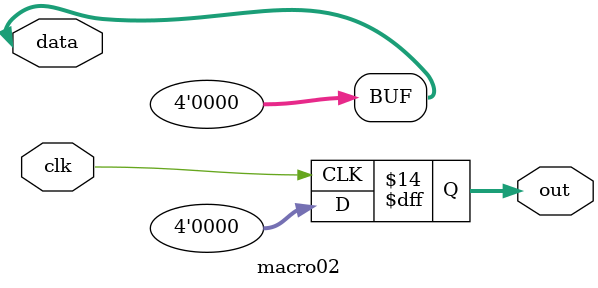
<source format=v>
`define INIT_DELAY_NUM 2
`define INIT_DELAY #2
`define CONST_VAL 0

module macro02(data, clk, out);
	parameter INIT = 0;
	parameter WIDTH = 4;
	
	input [WIDTH-1:0] data;
	input clk;
	output reg [WIDTH-1:0] out;

	initial data <= #`INIT_DELAY_NUM INIT;
	initial data <= # `INIT_DELAY_NUM INIT;
	initial data <= #`INIT_DELAY_NUM 2'b10;
	initial data = #`INIT_DELAY_NUM INIT;
	initial data = # `INIT_DELAY_NUM INIT;
	initial data = #`INIT_DELAY_NUM 2'b10;

	initial data <= `INIT_DELAY INIT;
	initial data <= `INIT_DELAY 2'b10;
	initial data = `INIT_DELAY INIT;
	initial data = `INIT_DELAY 2'b10;
	
	initial data <= `CONST_VAL;
	initial data = `CONST_VAL;
	
	always @(posedge clk)
	begin
		out <= data;
	end
endmodule


</source>
